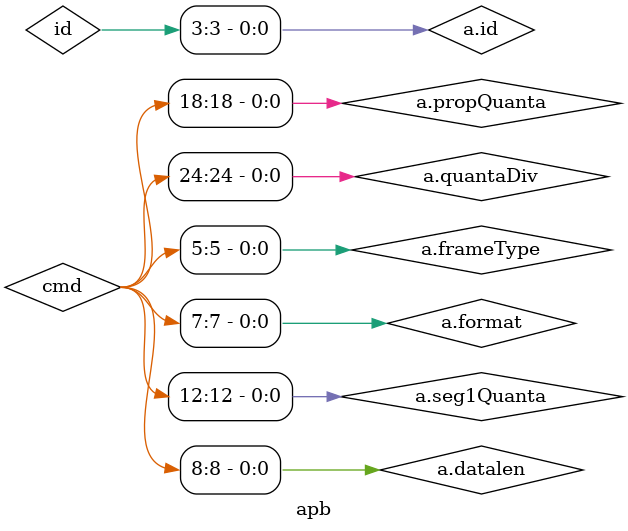
<source format=sv>


module apb(apbintf.slv c, cantintf.tox a);
    typedef struct packed {
        reg [7:0] quantaDiv;
        reg [5:0] propQuanta,seg1Quanta;
        reg [3:0] datalen;
        reg       format;
        reg [1:0] frameType;
        reg [4:0] Reserved;
    } cmdT;

    typedef struct packed {
        reg [28:0] id;
        reg [2:0] Reserved;
    } idT;
    
    cmdT cmd;
    idT id;

    reg [63:0] dataword;
    reg startit;
    
    always @(*) begin
      a.startXmit=startit;
      a.quantaDiv = cmd.quantaDiv;
      a.propQuanta = cmd.propQuanta;
      a.seg1Quanta = cmd.seg1Quanta;
      a.datalen = cmd.datalen;
      a.format = cmd.format;
      a.id=id.id;
      a.frameType = cmd.frameType;
      a.xmitdata = dataword;
    end
    
    always @(*) begin
      if(c.PENABLE && c.PSEL && (c.PADDR[4:0]==16) && (c.PWRITE==1'b1) ) begin
        startit=1;
      end else begin
        startit=0;
      end
    
    end
    
    always@(*) begin
      if(c.PENABLE && c.PSEL && c.PWRITE==1'b0) begin
        case(c.PADDR[4:0])
          0: c.PRDATA=dataword[63:32];
          4: c.PRDATA=dataword[31:0];
          8: c.PRDATA=cmd;
          12: c.PRDATA=id;
          16: c.PRDATA= {31'b0,a.busy};
        endcase
      end else c.PRDATA=32'h12131415;
    end
    
    always @(posedge(c.PCLK)) begin
        if(c.PRESET) begin
            dataword <= 0;
            id <= 0;
            cmd <= 0;   
        end else begin
            if(c.PENABLE && c.PSEL && c.PWRITE ) begin
                case(c.PADDR[4:0])
                   0: dataword[63:32]<=#1 c.PWDATA;
                   4: dataword[31:0]<=#1 c.PWDATA;
                   8: cmd <= #1 c.PWDATA&32'hFFFF_FFE0;
                  12: id <= #1 c.PWDATA&32'hFFFF_FFF8;
                endcase
            end
        end
    end





endmodule : apb

</source>
